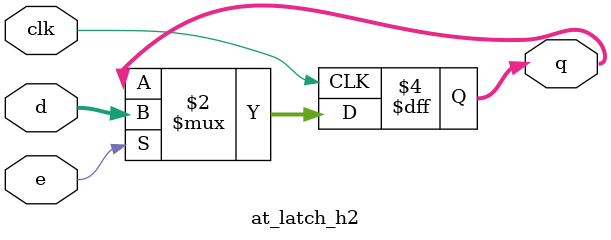
<source format=v>
/**************************************************************************
 *                                                                        *
 *               Copyright (C) 1994, Silicon Graphics, Inc.               *
 *                                                                        *
 *  These coded instructions, statements, and computer programs  contain  *
 *  unpublished  proprietary  information of Silicon Graphics, Inc., and  *
 *  are protected by Federal copyright  law.  They  may not be disclosed  *
 *  to  third  parties  or copied or duplicated in any form, in whole or  *
 *  in part, without the prior written consent of Silicon Graphics, Inc.  *
 *                                                                        *
 *************************************************************************/

// $Id: at_latch_h2.v,v 1.1 2002/11/07 23:07:35 rws Exp $

module at_latch_h2(clk, e, d, q);

// synopsys template
parameter size = 8;

input clk;
input e;
input [size-1:0] d;
output [size-1:0] q;

reg [size-1:0] q;

always @(posedge clk) begin
	if (e) begin
		q	<=	d;
	end
end

endmodule

</source>
